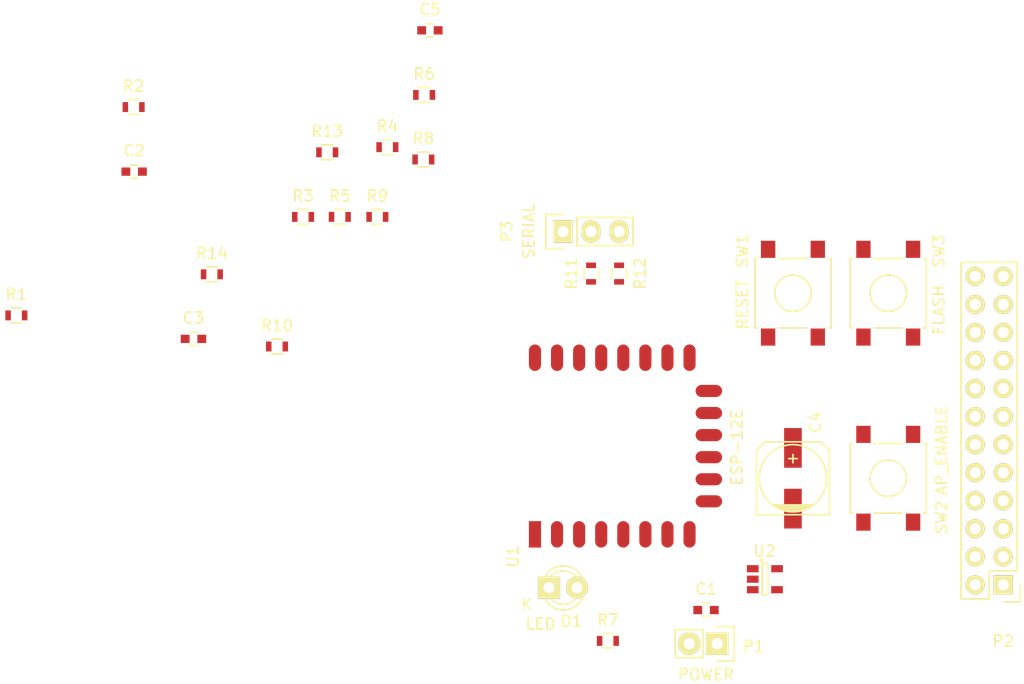
<source format=kicad_pcb>
(kicad_pcb (version 4) (host pcbnew "(2016-08-01 BZR 7000, Git e6129ca)-product")

  (general
    (links 75)
    (no_connects 75)
    (area 60.756 40.64 169.422905 99.9185)
    (thickness 1.6)
    (drawings 0)
    (tracks 0)
    (zones 0)
    (modules 28)
    (nets 34)
  )

  (page A4)
  (layers
    (0 F.Cu signal)
    (31 B.Cu signal)
    (32 B.Adhes user)
    (33 F.Adhes user)
    (34 B.Paste user)
    (35 F.Paste user)
    (36 B.SilkS user)
    (37 F.SilkS user)
    (38 B.Mask user)
    (39 F.Mask user)
    (40 Dwgs.User user)
    (41 Cmts.User user)
    (42 Eco1.User user)
    (43 Eco2.User user)
    (44 Edge.Cuts user)
    (45 Margin user)
    (46 B.CrtYd user)
    (47 F.CrtYd user)
    (48 B.Fab user)
    (49 F.Fab user)
  )

  (setup
    (last_trace_width 0.25)
    (trace_clearance 0.2)
    (zone_clearance 0.508)
    (zone_45_only no)
    (trace_min 0.2)
    (segment_width 0.2)
    (edge_width 0.1)
    (via_size 0.8)
    (via_drill 0.4)
    (via_min_size 0.4)
    (via_min_drill 0.3)
    (uvia_size 0.3)
    (uvia_drill 0.1)
    (uvias_allowed no)
    (uvia_min_size 0.2)
    (uvia_min_drill 0.1)
    (pcb_text_width 0.3)
    (pcb_text_size 1.5 1.5)
    (mod_edge_width 0.15)
    (mod_text_size 1 1)
    (mod_text_width 0.15)
    (pad_size 1.5 1.5)
    (pad_drill 0.6)
    (pad_to_mask_clearance 0)
    (aux_axis_origin 0 0)
    (visible_elements 7FFFF7FF)
    (pcbplotparams
      (layerselection 0x00030_ffffffff)
      (usegerberextensions false)
      (excludeedgelayer true)
      (linewidth 0.100000)
      (plotframeref false)
      (viasonmask false)
      (mode 1)
      (useauxorigin false)
      (hpglpennumber 1)
      (hpglpenspeed 20)
      (hpglpendiameter 15)
      (psnegative false)
      (psa4output false)
      (plotreference true)
      (plotvalue true)
      (plotinvisibletext false)
      (padsonsilk false)
      (subtractmaskfromsilk false)
      (outputformat 1)
      (mirror false)
      (drillshape 1)
      (scaleselection 1)
      (outputdirectory ""))
  )

  (net 0 "")
  (net 1 +5V)
  (net 2 GND)
  (net 3 +3V3)
  (net 4 RST)
  (net 5 "Net-(C4-Pad1)")
  (net 6 "Net-(C5-Pad1)")
  (net 7 GPIO16)
  (net 8 "Net-(D1-Pad2)")
  (net 9 "Net-(P2-Pad2)")
  (net 10 "Net-(P2-Pad4)")
  (net 11 GPIO14)
  (net 12 GPIO13)
  (net 13 GPIO12)
  (net 14 GPIO5)
  (net 15 GPIO4)
  (net 16 GPIO2)
  (net 17 GPIO0)
  (net 18 ADC)
  (net 19 ADC_EX)
  (net 20 "Net-(P3-Pad2)")
  (net 21 "Net-(P3-Pad3)")
  (net 22 GPIO15)
  (net 23 CH_PD)
  (net 24 "Net-(R10-Pad2)")
  (net 25 "Net-(R9-Pad1)")
  (net 26 "Net-(R11-Pad2)")
  (net 27 "Net-(R12-Pad2)")
  (net 28 "Net-(U1-Pad9)")
  (net 29 "Net-(U1-Pad10)")
  (net 30 "Net-(U1-Pad11)")
  (net 31 "Net-(U1-Pad12)")
  (net 32 "Net-(U1-Pad13)")
  (net 33 "Net-(U1-Pad14)")

  (net_class Default "This is the default net class."
    (clearance 0.2)
    (trace_width 0.25)
    (via_dia 0.8)
    (via_drill 0.4)
    (uvia_dia 0.3)
    (uvia_drill 0.1)
    (add_net +3V3)
    (add_net +5V)
    (add_net ADC)
    (add_net ADC_EX)
    (add_net CH_PD)
    (add_net GND)
    (add_net GPIO0)
    (add_net GPIO12)
    (add_net GPIO13)
    (add_net GPIO14)
    (add_net GPIO15)
    (add_net GPIO16)
    (add_net GPIO2)
    (add_net GPIO4)
    (add_net GPIO5)
    (add_net "Net-(C4-Pad1)")
    (add_net "Net-(C5-Pad1)")
    (add_net "Net-(D1-Pad2)")
    (add_net "Net-(P2-Pad2)")
    (add_net "Net-(P2-Pad4)")
    (add_net "Net-(P3-Pad2)")
    (add_net "Net-(P3-Pad3)")
    (add_net "Net-(R10-Pad2)")
    (add_net "Net-(R11-Pad2)")
    (add_net "Net-(R12-Pad2)")
    (add_net "Net-(R9-Pad1)")
    (add_net "Net-(U1-Pad10)")
    (add_net "Net-(U1-Pad11)")
    (add_net "Net-(U1-Pad12)")
    (add_net "Net-(U1-Pad13)")
    (add_net "Net-(U1-Pad14)")
    (add_net "Net-(U1-Pad9)")
    (add_net RST)
  )

  (module Capacitors_SMD:C_0603 (layer F.Cu) (tedit 5415D631) (tstamp 57A9CE7C)
    (at 140.462 96.012)
    (descr "Capacitor SMD 0603, reflow soldering, AVX (see smccp.pdf)")
    (tags "capacitor 0603")
    (path /57A33A9D)
    (attr smd)
    (fp_text reference C1 (at 0 -1.9) (layer F.SilkS)
      (effects (font (size 1 1) (thickness 0.15)))
    )
    (fp_text value 1u (at 0 1.9) (layer F.Fab)
      (effects (font (size 1 1) (thickness 0.15)))
    )
    (fp_line (start -1.45 -0.75) (end 1.45 -0.75) (layer F.CrtYd) (width 0.05))
    (fp_line (start -1.45 0.75) (end 1.45 0.75) (layer F.CrtYd) (width 0.05))
    (fp_line (start -1.45 -0.75) (end -1.45 0.75) (layer F.CrtYd) (width 0.05))
    (fp_line (start 1.45 -0.75) (end 1.45 0.75) (layer F.CrtYd) (width 0.05))
    (fp_line (start -0.35 -0.6) (end 0.35 -0.6) (layer F.SilkS) (width 0.15))
    (fp_line (start 0.35 0.6) (end -0.35 0.6) (layer F.SilkS) (width 0.15))
    (pad 1 smd rect (at -0.75 0) (size 0.8 0.75) (layers F.Cu F.Paste F.Mask)
      (net 1 +5V))
    (pad 2 smd rect (at 0.75 0) (size 0.8 0.75) (layers F.Cu F.Paste F.Mask)
      (net 2 GND))
    (model Capacitors_SMD.3dshapes/C_0603.wrl
      (at (xyz 0 0 0))
      (scale (xyz 1 1 1))
      (rotate (xyz 0 0 0))
    )
  )

  (module Capacitors_SMD:C_0603 (layer F.Cu) (tedit 5415D631) (tstamp 57A9CE82)
    (at 88.655762 56.2975)
    (descr "Capacitor SMD 0603, reflow soldering, AVX (see smccp.pdf)")
    (tags "capacitor 0603")
    (path /57A33B25)
    (attr smd)
    (fp_text reference C2 (at 0 -1.9) (layer F.SilkS)
      (effects (font (size 1 1) (thickness 0.15)))
    )
    (fp_text value 10u (at 0 1.9) (layer F.Fab)
      (effects (font (size 1 1) (thickness 0.15)))
    )
    (fp_line (start -1.45 -0.75) (end 1.45 -0.75) (layer F.CrtYd) (width 0.05))
    (fp_line (start -1.45 0.75) (end 1.45 0.75) (layer F.CrtYd) (width 0.05))
    (fp_line (start -1.45 -0.75) (end -1.45 0.75) (layer F.CrtYd) (width 0.05))
    (fp_line (start 1.45 -0.75) (end 1.45 0.75) (layer F.CrtYd) (width 0.05))
    (fp_line (start -0.35 -0.6) (end 0.35 -0.6) (layer F.SilkS) (width 0.15))
    (fp_line (start 0.35 0.6) (end -0.35 0.6) (layer F.SilkS) (width 0.15))
    (pad 1 smd rect (at -0.75 0) (size 0.8 0.75) (layers F.Cu F.Paste F.Mask)
      (net 3 +3V3))
    (pad 2 smd rect (at 0.75 0) (size 0.8 0.75) (layers F.Cu F.Paste F.Mask)
      (net 2 GND))
    (model Capacitors_SMD.3dshapes/C_0603.wrl
      (at (xyz 0 0 0))
      (scale (xyz 1 1 1))
      (rotate (xyz 0 0 0))
    )
  )

  (module Capacitors_SMD:C_0603 (layer F.Cu) (tedit 5415D631) (tstamp 57A9CE88)
    (at 94.031952 71.4475)
    (descr "Capacitor SMD 0603, reflow soldering, AVX (see smccp.pdf)")
    (tags "capacitor 0603")
    (path /57A9FD5C)
    (attr smd)
    (fp_text reference C3 (at 0 -1.9) (layer F.SilkS)
      (effects (font (size 1 1) (thickness 0.15)))
    )
    (fp_text value 470p (at 0 1.9) (layer F.Fab)
      (effects (font (size 1 1) (thickness 0.15)))
    )
    (fp_line (start -1.45 -0.75) (end 1.45 -0.75) (layer F.CrtYd) (width 0.05))
    (fp_line (start -1.45 0.75) (end 1.45 0.75) (layer F.CrtYd) (width 0.05))
    (fp_line (start -1.45 -0.75) (end -1.45 0.75) (layer F.CrtYd) (width 0.05))
    (fp_line (start 1.45 -0.75) (end 1.45 0.75) (layer F.CrtYd) (width 0.05))
    (fp_line (start -0.35 -0.6) (end 0.35 -0.6) (layer F.SilkS) (width 0.15))
    (fp_line (start 0.35 0.6) (end -0.35 0.6) (layer F.SilkS) (width 0.15))
    (pad 1 smd rect (at -0.75 0) (size 0.8 0.75) (layers F.Cu F.Paste F.Mask)
      (net 4 RST))
    (pad 2 smd rect (at 0.75 0) (size 0.8 0.75) (layers F.Cu F.Paste F.Mask)
      (net 2 GND))
    (model Capacitors_SMD.3dshapes/C_0603.wrl
      (at (xyz 0 0 0))
      (scale (xyz 1 1 1))
      (rotate (xyz 0 0 0))
    )
  )

  (module Capacitors_SMD:c_elec_6.3x5.8 (layer F.Cu) (tedit 57A9CEAC) (tstamp 57A9CE8E)
    (at 148.336 84.074 90)
    (descr "SMT capacitor, aluminium electrolytic, 6.3x5.8")
    (path /57AA470F)
    (attr smd)
    (fp_text reference C4 (at 5.08 2.032 90) (layer F.SilkS)
      (effects (font (size 1 1) (thickness 0.15)))
    )
    (fp_text value 100u (at 0 4.445 90) (layer F.Fab)
      (effects (font (size 1 1) (thickness 0.15)))
    )
    (fp_line (start -4.85 -3.65) (end 4.85 -3.7) (layer F.CrtYd) (width 0.05))
    (fp_line (start 4.85 -3.7) (end 4.85 3.65) (layer F.CrtYd) (width 0.05))
    (fp_line (start 4.85 3.65) (end -4.85 3.65) (layer F.CrtYd) (width 0.05))
    (fp_line (start -4.85 3.65) (end -4.85 -3.65) (layer F.CrtYd) (width 0.05))
    (fp_line (start -2.921 -0.762) (end -2.921 0.762) (layer F.SilkS) (width 0.15))
    (fp_line (start -2.794 1.143) (end -2.794 -1.143) (layer F.SilkS) (width 0.15))
    (fp_line (start -2.667 -1.397) (end -2.667 1.397) (layer F.SilkS) (width 0.15))
    (fp_line (start -2.54 1.651) (end -2.54 -1.651) (layer F.SilkS) (width 0.15))
    (fp_line (start -2.413 -1.778) (end -2.413 1.778) (layer F.SilkS) (width 0.15))
    (fp_line (start -3.302 -3.302) (end -3.302 3.302) (layer F.SilkS) (width 0.15))
    (fp_line (start -3.302 3.302) (end 2.54 3.302) (layer F.SilkS) (width 0.15))
    (fp_line (start 2.54 3.302) (end 3.302 2.54) (layer F.SilkS) (width 0.15))
    (fp_line (start 3.302 2.54) (end 3.302 -2.54) (layer F.SilkS) (width 0.15))
    (fp_line (start 3.302 -2.54) (end 2.54 -3.302) (layer F.SilkS) (width 0.15))
    (fp_line (start 2.54 -3.302) (end -3.302 -3.302) (layer F.SilkS) (width 0.15))
    (fp_line (start 2.159 0) (end 1.397 0) (layer F.SilkS) (width 0.15))
    (fp_line (start 1.778 -0.381) (end 1.778 0.381) (layer F.SilkS) (width 0.15))
    (fp_circle (center 0 0) (end -3.048 0) (layer F.SilkS) (width 0.15))
    (pad 1 smd rect (at 2.75082 0 90) (size 3.59918 1.6002) (layers F.Cu F.Paste F.Mask)
      (net 5 "Net-(C4-Pad1)"))
    (pad 2 smd rect (at -2.75082 0 90) (size 3.59918 1.6002) (layers F.Cu F.Paste F.Mask)
      (net 2 GND))
    (model Capacitors_SMD.3dshapes/c_elec_6.3x5.8.wrl
      (at (xyz 0 0 0))
      (scale (xyz 1 1 1))
      (rotate (xyz 0 0 0))
    )
  )

  (module Capacitors_SMD:C_0603 (layer F.Cu) (tedit 5415D631) (tstamp 57A9CE94)
    (at 115.451952 43.4975)
    (descr "Capacitor SMD 0603, reflow soldering, AVX (see smccp.pdf)")
    (tags "capacitor 0603")
    (path /57AA7BBC)
    (attr smd)
    (fp_text reference C5 (at 0 -1.9) (layer F.SilkS)
      (effects (font (size 1 1) (thickness 0.15)))
    )
    (fp_text value 470p (at 0 1.9) (layer F.Fab)
      (effects (font (size 1 1) (thickness 0.15)))
    )
    (fp_line (start -1.45 -0.75) (end 1.45 -0.75) (layer F.CrtYd) (width 0.05))
    (fp_line (start -1.45 0.75) (end 1.45 0.75) (layer F.CrtYd) (width 0.05))
    (fp_line (start -1.45 -0.75) (end -1.45 0.75) (layer F.CrtYd) (width 0.05))
    (fp_line (start 1.45 -0.75) (end 1.45 0.75) (layer F.CrtYd) (width 0.05))
    (fp_line (start -0.35 -0.6) (end 0.35 -0.6) (layer F.SilkS) (width 0.15))
    (fp_line (start 0.35 0.6) (end -0.35 0.6) (layer F.SilkS) (width 0.15))
    (pad 1 smd rect (at -0.75 0) (size 0.8 0.75) (layers F.Cu F.Paste F.Mask)
      (net 6 "Net-(C5-Pad1)"))
    (pad 2 smd rect (at 0.75 0) (size 0.8 0.75) (layers F.Cu F.Paste F.Mask)
      (net 2 GND))
    (model Capacitors_SMD.3dshapes/C_0603.wrl
      (at (xyz 0 0 0))
      (scale (xyz 1 1 1))
      (rotate (xyz 0 0 0))
    )
  )

  (module LEDs:LED-3MM (layer F.Cu) (tedit 57A9CEDD) (tstamp 57A9CE9A)
    (at 126.238 93.98)
    (descr "LED 3mm round vertical")
    (tags "LED  3mm round vertical")
    (path /57A2E321)
    (fp_text reference D1 (at 2.032 3.048) (layer F.SilkS)
      (effects (font (size 1 1) (thickness 0.15)))
    )
    (fp_text value LED (at -0.762 3.302) (layer F.SilkS)
      (effects (font (size 1 1) (thickness 0.15)))
    )
    (fp_line (start -1.2 2.3) (end 3.8 2.3) (layer F.CrtYd) (width 0.05))
    (fp_line (start 3.8 2.3) (end 3.8 -2.2) (layer F.CrtYd) (width 0.05))
    (fp_line (start 3.8 -2.2) (end -1.2 -2.2) (layer F.CrtYd) (width 0.05))
    (fp_line (start -1.2 -2.2) (end -1.2 2.3) (layer F.CrtYd) (width 0.05))
    (fp_line (start -0.199 1.314) (end -0.199 1.114) (layer F.SilkS) (width 0.15))
    (fp_line (start -0.199 -1.28) (end -0.199 -1.1) (layer F.SilkS) (width 0.15))
    (fp_arc (start 1.301 0.034) (end -0.199 -1.286) (angle 108.5) (layer F.SilkS) (width 0.15))
    (fp_arc (start 1.301 0.034) (end 0.25 -1.1) (angle 85.7) (layer F.SilkS) (width 0.15))
    (fp_arc (start 1.311 0.034) (end 3.051 0.994) (angle 110) (layer F.SilkS) (width 0.15))
    (fp_arc (start 1.301 0.034) (end 2.335 1.094) (angle 87.5) (layer F.SilkS) (width 0.15))
    (fp_text user K (at -2.032 1.524) (layer F.SilkS)
      (effects (font (size 1 1) (thickness 0.15)))
    )
    (pad 1 thru_hole rect (at 0 0 90) (size 2 2) (drill 1.00076) (layers *.Cu *.Mask F.SilkS)
      (net 7 GPIO16))
    (pad 2 thru_hole circle (at 2.54 0) (size 2 2) (drill 1.00076) (layers *.Cu *.Mask F.SilkS)
      (net 8 "Net-(D1-Pad2)"))
    (model LEDs.3dshapes/LED-3MM.wrl
      (at (xyz 0.05 0 0))
      (scale (xyz 1 1 1))
      (rotate (xyz 0 0 90))
    )
  )

  (module Pin_Headers:Pin_Header_Straight_1x02 (layer F.Cu) (tedit 57A9CEC0) (tstamp 57A9CEA0)
    (at 141.478 99.06 270)
    (descr "Through hole pin header")
    (tags "pin header")
    (path /57A1EA1C)
    (fp_text reference P1 (at 0.254 -3.302 360) (layer F.SilkS)
      (effects (font (size 1 1) (thickness 0.15)))
    )
    (fp_text value POWER (at 2.794 1.016 360) (layer F.SilkS)
      (effects (font (size 1 1) (thickness 0.15)))
    )
    (fp_line (start 1.27 1.27) (end 1.27 3.81) (layer F.SilkS) (width 0.15))
    (fp_line (start 1.55 -1.55) (end 1.55 0) (layer F.SilkS) (width 0.15))
    (fp_line (start -1.75 -1.75) (end -1.75 4.3) (layer F.CrtYd) (width 0.05))
    (fp_line (start 1.75 -1.75) (end 1.75 4.3) (layer F.CrtYd) (width 0.05))
    (fp_line (start -1.75 -1.75) (end 1.75 -1.75) (layer F.CrtYd) (width 0.05))
    (fp_line (start -1.75 4.3) (end 1.75 4.3) (layer F.CrtYd) (width 0.05))
    (fp_line (start 1.27 1.27) (end -1.27 1.27) (layer F.SilkS) (width 0.15))
    (fp_line (start -1.55 0) (end -1.55 -1.55) (layer F.SilkS) (width 0.15))
    (fp_line (start -1.55 -1.55) (end 1.55 -1.55) (layer F.SilkS) (width 0.15))
    (fp_line (start -1.27 1.27) (end -1.27 3.81) (layer F.SilkS) (width 0.15))
    (fp_line (start -1.27 3.81) (end 1.27 3.81) (layer F.SilkS) (width 0.15))
    (pad 1 thru_hole rect (at 0 0 270) (size 2.032 2.032) (drill 1.016) (layers *.Cu *.Mask F.SilkS)
      (net 2 GND))
    (pad 2 thru_hole oval (at 0 2.54 270) (size 2.032 2.032) (drill 1.016) (layers *.Cu *.Mask F.SilkS)
      (net 1 +5V))
    (model Pin_Headers.3dshapes/Pin_Header_Straight_1x02.wrl
      (at (xyz 0 -0.05 0))
      (scale (xyz 1 1 1))
      (rotate (xyz 0 0 90))
    )
  )

  (module Pin_Headers:Pin_Header_Straight_2x12 (layer F.Cu) (tedit 0) (tstamp 57A9CEBC)
    (at 167.386 93.726 180)
    (descr "Through hole pin header")
    (tags "pin header")
    (path /57A30D57)
    (fp_text reference P2 (at 0 -5.1 180) (layer F.SilkS)
      (effects (font (size 1 1) (thickness 0.15)))
    )
    (fp_text value GPIO (at 0 -3.1 180) (layer F.Fab)
      (effects (font (size 1 1) (thickness 0.15)))
    )
    (fp_line (start -1.75 -1.75) (end -1.75 29.7) (layer F.CrtYd) (width 0.05))
    (fp_line (start 4.3 -1.75) (end 4.3 29.7) (layer F.CrtYd) (width 0.05))
    (fp_line (start -1.75 -1.75) (end 4.3 -1.75) (layer F.CrtYd) (width 0.05))
    (fp_line (start -1.75 29.7) (end 4.3 29.7) (layer F.CrtYd) (width 0.05))
    (fp_line (start 3.81 29.21) (end 3.81 -1.27) (layer F.SilkS) (width 0.15))
    (fp_line (start -1.27 1.27) (end -1.27 29.21) (layer F.SilkS) (width 0.15))
    (fp_line (start 3.81 29.21) (end -1.27 29.21) (layer F.SilkS) (width 0.15))
    (fp_line (start 3.81 -1.27) (end 1.27 -1.27) (layer F.SilkS) (width 0.15))
    (fp_line (start 0 -1.55) (end -1.55 -1.55) (layer F.SilkS) (width 0.15))
    (fp_line (start 1.27 -1.27) (end 1.27 1.27) (layer F.SilkS) (width 0.15))
    (fp_line (start 1.27 1.27) (end -1.27 1.27) (layer F.SilkS) (width 0.15))
    (fp_line (start -1.55 -1.55) (end -1.55 0) (layer F.SilkS) (width 0.15))
    (pad 1 thru_hole rect (at 0 0 180) (size 1.7272 1.7272) (drill 1.016) (layers *.Cu *.Mask F.SilkS)
      (net 2 GND))
    (pad 2 thru_hole oval (at 2.54 0 180) (size 1.7272 1.7272) (drill 1.016) (layers *.Cu *.Mask F.SilkS)
      (net 9 "Net-(P2-Pad2)"))
    (pad 3 thru_hole oval (at 0 2.54 180) (size 1.7272 1.7272) (drill 1.016) (layers *.Cu *.Mask F.SilkS)
      (net 2 GND))
    (pad 4 thru_hole oval (at 2.54 2.54 180) (size 1.7272 1.7272) (drill 1.016) (layers *.Cu *.Mask F.SilkS)
      (net 10 "Net-(P2-Pad4)"))
    (pad 5 thru_hole oval (at 0 5.08 180) (size 1.7272 1.7272) (drill 1.016) (layers *.Cu *.Mask F.SilkS)
      (net 2 GND))
    (pad 6 thru_hole oval (at 2.54 5.08 180) (size 1.7272 1.7272) (drill 1.016) (layers *.Cu *.Mask F.SilkS)
      (net 11 GPIO14))
    (pad 7 thru_hole oval (at 0 7.62 180) (size 1.7272 1.7272) (drill 1.016) (layers *.Cu *.Mask F.SilkS)
      (net 2 GND))
    (pad 8 thru_hole oval (at 2.54 7.62 180) (size 1.7272 1.7272) (drill 1.016) (layers *.Cu *.Mask F.SilkS)
      (net 12 GPIO13))
    (pad 9 thru_hole oval (at 0 10.16 180) (size 1.7272 1.7272) (drill 1.016) (layers *.Cu *.Mask F.SilkS)
      (net 2 GND))
    (pad 10 thru_hole oval (at 2.54 10.16 180) (size 1.7272 1.7272) (drill 1.016) (layers *.Cu *.Mask F.SilkS)
      (net 13 GPIO12))
    (pad 11 thru_hole oval (at 0 12.7 180) (size 1.7272 1.7272) (drill 1.016) (layers *.Cu *.Mask F.SilkS)
      (net 2 GND))
    (pad 12 thru_hole oval (at 2.54 12.7 180) (size 1.7272 1.7272) (drill 1.016) (layers *.Cu *.Mask F.SilkS)
      (net 14 GPIO5))
    (pad 13 thru_hole oval (at 0 15.24 180) (size 1.7272 1.7272) (drill 1.016) (layers *.Cu *.Mask F.SilkS)
      (net 2 GND))
    (pad 14 thru_hole oval (at 2.54 15.24 180) (size 1.7272 1.7272) (drill 1.016) (layers *.Cu *.Mask F.SilkS)
      (net 15 GPIO4))
    (pad 15 thru_hole oval (at 0 17.78 180) (size 1.7272 1.7272) (drill 1.016) (layers *.Cu *.Mask F.SilkS)
      (net 2 GND))
    (pad 16 thru_hole oval (at 2.54 17.78 180) (size 1.7272 1.7272) (drill 1.016) (layers *.Cu *.Mask F.SilkS)
      (net 16 GPIO2))
    (pad 17 thru_hole oval (at 0 20.32 180) (size 1.7272 1.7272) (drill 1.016) (layers *.Cu *.Mask F.SilkS)
      (net 2 GND))
    (pad 18 thru_hole oval (at 2.54 20.32 180) (size 1.7272 1.7272) (drill 1.016) (layers *.Cu *.Mask F.SilkS)
      (net 17 GPIO0))
    (pad 19 thru_hole oval (at 0 22.86 180) (size 1.7272 1.7272) (drill 1.016) (layers *.Cu *.Mask F.SilkS)
      (net 2 GND))
    (pad 20 thru_hole oval (at 2.54 22.86 180) (size 1.7272 1.7272) (drill 1.016) (layers *.Cu *.Mask F.SilkS)
      (net 4 RST))
    (pad 21 thru_hole oval (at 0 25.4 180) (size 1.7272 1.7272) (drill 1.016) (layers *.Cu *.Mask F.SilkS)
      (net 2 GND))
    (pad 22 thru_hole oval (at 2.54 25.4 180) (size 1.7272 1.7272) (drill 1.016) (layers *.Cu *.Mask F.SilkS)
      (net 18 ADC))
    (pad 23 thru_hole oval (at 0 27.94 180) (size 1.7272 1.7272) (drill 1.016) (layers *.Cu *.Mask F.SilkS)
      (net 2 GND))
    (pad 24 thru_hole oval (at 2.54 27.94 180) (size 1.7272 1.7272) (drill 1.016) (layers *.Cu *.Mask F.SilkS)
      (net 19 ADC_EX))
    (model Pin_Headers.3dshapes/Pin_Header_Straight_2x12.wrl
      (at (xyz 0.05 -0.55 0))
      (scale (xyz 1 1 1))
      (rotate (xyz 0 0 90))
    )
  )

  (module Pin_Headers:Pin_Header_Straight_1x03 (layer F.Cu) (tedit 57A9CD7F) (tstamp 57A9CEC3)
    (at 127.508 61.722 90)
    (descr "Through hole pin header")
    (tags "pin header")
    (path /57A2FE51)
    (fp_text reference P3 (at 0 -5.1 90) (layer F.SilkS)
      (effects (font (size 1 1) (thickness 0.15)))
    )
    (fp_text value SERIAL (at 0 -3.1 90) (layer F.SilkS)
      (effects (font (size 1 1) (thickness 0.15)))
    )
    (fp_line (start -1.75 -1.75) (end -1.75 6.85) (layer F.CrtYd) (width 0.05))
    (fp_line (start 1.75 -1.75) (end 1.75 6.85) (layer F.CrtYd) (width 0.05))
    (fp_line (start -1.75 -1.75) (end 1.75 -1.75) (layer F.CrtYd) (width 0.05))
    (fp_line (start -1.75 6.85) (end 1.75 6.85) (layer F.CrtYd) (width 0.05))
    (fp_line (start -1.27 1.27) (end -1.27 6.35) (layer F.SilkS) (width 0.15))
    (fp_line (start -1.27 6.35) (end 1.27 6.35) (layer F.SilkS) (width 0.15))
    (fp_line (start 1.27 6.35) (end 1.27 1.27) (layer F.SilkS) (width 0.15))
    (fp_line (start 1.55 -1.55) (end 1.55 0) (layer F.SilkS) (width 0.15))
    (fp_line (start 1.27 1.27) (end -1.27 1.27) (layer F.SilkS) (width 0.15))
    (fp_line (start -1.55 0) (end -1.55 -1.55) (layer F.SilkS) (width 0.15))
    (fp_line (start -1.55 -1.55) (end 1.55 -1.55) (layer F.SilkS) (width 0.15))
    (pad 1 thru_hole rect (at 0 0 90) (size 2.032 1.7272) (drill 1.016) (layers *.Cu *.Mask F.SilkS)
      (net 2 GND))
    (pad 2 thru_hole oval (at 0 2.54 90) (size 2.032 1.7272) (drill 1.016) (layers *.Cu *.Mask F.SilkS)
      (net 20 "Net-(P3-Pad2)"))
    (pad 3 thru_hole oval (at 0 5.08 90) (size 2.032 1.7272) (drill 1.016) (layers *.Cu *.Mask F.SilkS)
      (net 21 "Net-(P3-Pad3)"))
    (model Pin_Headers.3dshapes/Pin_Header_Straight_1x03.wrl
      (at (xyz 0 -0.1 0))
      (scale (xyz 1 1 1))
      (rotate (xyz 0 0 90))
    )
  )

  (module Resistors_SMD:R_0603 (layer F.Cu) (tedit 5415CC62) (tstamp 57A9CEC9)
    (at 77.988143 69.3175)
    (descr "Resistor SMD 0603, reflow soldering, Vishay (see dcrcw.pdf)")
    (tags "resistor 0603")
    (path /57A1E70B)
    (attr smd)
    (fp_text reference R1 (at 0 -1.9) (layer F.SilkS)
      (effects (font (size 1 1) (thickness 0.15)))
    )
    (fp_text value 10k (at 0 1.9) (layer F.Fab)
      (effects (font (size 1 1) (thickness 0.15)))
    )
    (fp_line (start -1.3 -0.8) (end 1.3 -0.8) (layer F.CrtYd) (width 0.05))
    (fp_line (start -1.3 0.8) (end 1.3 0.8) (layer F.CrtYd) (width 0.05))
    (fp_line (start -1.3 -0.8) (end -1.3 0.8) (layer F.CrtYd) (width 0.05))
    (fp_line (start 1.3 -0.8) (end 1.3 0.8) (layer F.CrtYd) (width 0.05))
    (fp_line (start 0.5 0.675) (end -0.5 0.675) (layer F.SilkS) (width 0.15))
    (fp_line (start -0.5 -0.675) (end 0.5 -0.675) (layer F.SilkS) (width 0.15))
    (pad 1 smd rect (at -0.75 0) (size 0.5 0.9) (layers F.Cu F.Paste F.Mask)
      (net 22 GPIO15))
    (pad 2 smd rect (at 0.75 0) (size 0.5 0.9) (layers F.Cu F.Paste F.Mask)
      (net 2 GND))
    (model Resistors_SMD.3dshapes/R_0603.wrl
      (at (xyz 0 0 0))
      (scale (xyz 1 1 1))
      (rotate (xyz 0 0 0))
    )
  )

  (module Resistors_SMD:R_0603 (layer F.Cu) (tedit 5415CC62) (tstamp 57A9CECF)
    (at 88.608143 50.4475)
    (descr "Resistor SMD 0603, reflow soldering, Vishay (see dcrcw.pdf)")
    (tags "resistor 0603")
    (path /57A2D138)
    (attr smd)
    (fp_text reference R2 (at 0 -1.9) (layer F.SilkS)
      (effects (font (size 1 1) (thickness 0.15)))
    )
    (fp_text value 10k (at 0 1.9) (layer F.Fab)
      (effects (font (size 1 1) (thickness 0.15)))
    )
    (fp_line (start -1.3 -0.8) (end 1.3 -0.8) (layer F.CrtYd) (width 0.05))
    (fp_line (start -1.3 0.8) (end 1.3 0.8) (layer F.CrtYd) (width 0.05))
    (fp_line (start -1.3 -0.8) (end -1.3 0.8) (layer F.CrtYd) (width 0.05))
    (fp_line (start 1.3 -0.8) (end 1.3 0.8) (layer F.CrtYd) (width 0.05))
    (fp_line (start 0.5 0.675) (end -0.5 0.675) (layer F.SilkS) (width 0.15))
    (fp_line (start -0.5 -0.675) (end 0.5 -0.675) (layer F.SilkS) (width 0.15))
    (pad 1 smd rect (at -0.75 0) (size 0.5 0.9) (layers F.Cu F.Paste F.Mask)
      (net 23 CH_PD))
    (pad 2 smd rect (at 0.75 0) (size 0.5 0.9) (layers F.Cu F.Paste F.Mask)
      (net 3 +3V3))
    (model Resistors_SMD.3dshapes/R_0603.wrl
      (at (xyz 0 0 0))
      (scale (xyz 1 1 1))
      (rotate (xyz 0 0 0))
    )
  )

  (module Resistors_SMD:R_0603 (layer F.Cu) (tedit 5415CC62) (tstamp 57A9CED5)
    (at 103.958143 60.3975)
    (descr "Resistor SMD 0603, reflow soldering, Vishay (see dcrcw.pdf)")
    (tags "resistor 0603")
    (path /57A2D0AE)
    (attr smd)
    (fp_text reference R3 (at 0 -1.9) (layer F.SilkS)
      (effects (font (size 1 1) (thickness 0.15)))
    )
    (fp_text value 10k (at 0 1.9) (layer F.Fab)
      (effects (font (size 1 1) (thickness 0.15)))
    )
    (fp_line (start -1.3 -0.8) (end 1.3 -0.8) (layer F.CrtYd) (width 0.05))
    (fp_line (start -1.3 0.8) (end 1.3 0.8) (layer F.CrtYd) (width 0.05))
    (fp_line (start -1.3 -0.8) (end -1.3 0.8) (layer F.CrtYd) (width 0.05))
    (fp_line (start 1.3 -0.8) (end 1.3 0.8) (layer F.CrtYd) (width 0.05))
    (fp_line (start 0.5 0.675) (end -0.5 0.675) (layer F.SilkS) (width 0.15))
    (fp_line (start -0.5 -0.675) (end 0.5 -0.675) (layer F.SilkS) (width 0.15))
    (pad 1 smd rect (at -0.75 0) (size 0.5 0.9) (layers F.Cu F.Paste F.Mask)
      (net 16 GPIO2))
    (pad 2 smd rect (at 0.75 0) (size 0.5 0.9) (layers F.Cu F.Paste F.Mask)
      (net 3 +3V3))
    (model Resistors_SMD.3dshapes/R_0603.wrl
      (at (xyz 0 0 0))
      (scale (xyz 1 1 1))
      (rotate (xyz 0 0 0))
    )
  )

  (module Resistors_SMD:R_0603 (layer F.Cu) (tedit 5415CC62) (tstamp 57A9CEDB)
    (at 111.598143 54.0775)
    (descr "Resistor SMD 0603, reflow soldering, Vishay (see dcrcw.pdf)")
    (tags "resistor 0603")
    (path /57A2D10E)
    (attr smd)
    (fp_text reference R4 (at 0 -1.9) (layer F.SilkS)
      (effects (font (size 1 1) (thickness 0.15)))
    )
    (fp_text value 10k (at 0 1.9) (layer F.Fab)
      (effects (font (size 1 1) (thickness 0.15)))
    )
    (fp_line (start -1.3 -0.8) (end 1.3 -0.8) (layer F.CrtYd) (width 0.05))
    (fp_line (start -1.3 0.8) (end 1.3 0.8) (layer F.CrtYd) (width 0.05))
    (fp_line (start -1.3 -0.8) (end -1.3 0.8) (layer F.CrtYd) (width 0.05))
    (fp_line (start 1.3 -0.8) (end 1.3 0.8) (layer F.CrtYd) (width 0.05))
    (fp_line (start 0.5 0.675) (end -0.5 0.675) (layer F.SilkS) (width 0.15))
    (fp_line (start -0.5 -0.675) (end 0.5 -0.675) (layer F.SilkS) (width 0.15))
    (pad 1 smd rect (at -0.75 0) (size 0.5 0.9) (layers F.Cu F.Paste F.Mask)
      (net 17 GPIO0))
    (pad 2 smd rect (at 0.75 0) (size 0.5 0.9) (layers F.Cu F.Paste F.Mask)
      (net 3 +3V3))
    (model Resistors_SMD.3dshapes/R_0603.wrl
      (at (xyz 0 0 0))
      (scale (xyz 1 1 1))
      (rotate (xyz 0 0 0))
    )
  )

  (module Resistors_SMD:R_0603 (layer F.Cu) (tedit 5415CC62) (tstamp 57A9CEE1)
    (at 107.289571 60.3975)
    (descr "Resistor SMD 0603, reflow soldering, Vishay (see dcrcw.pdf)")
    (tags "resistor 0603")
    (path /57A2E3CF)
    (attr smd)
    (fp_text reference R5 (at 0 -1.9) (layer F.SilkS)
      (effects (font (size 1 1) (thickness 0.15)))
    )
    (fp_text value 470 (at 0 1.9) (layer F.Fab)
      (effects (font (size 1 1) (thickness 0.15)))
    )
    (fp_line (start -1.3 -0.8) (end 1.3 -0.8) (layer F.CrtYd) (width 0.05))
    (fp_line (start -1.3 0.8) (end 1.3 0.8) (layer F.CrtYd) (width 0.05))
    (fp_line (start -1.3 -0.8) (end -1.3 0.8) (layer F.CrtYd) (width 0.05))
    (fp_line (start 1.3 -0.8) (end 1.3 0.8) (layer F.CrtYd) (width 0.05))
    (fp_line (start 0.5 0.675) (end -0.5 0.675) (layer F.SilkS) (width 0.15))
    (fp_line (start -0.5 -0.675) (end 0.5 -0.675) (layer F.SilkS) (width 0.15))
    (pad 1 smd rect (at -0.75 0) (size 0.5 0.9) (layers F.Cu F.Paste F.Mask)
      (net 3 +3V3))
    (pad 2 smd rect (at 0.75 0) (size 0.5 0.9) (layers F.Cu F.Paste F.Mask)
      (net 8 "Net-(D1-Pad2)"))
    (model Resistors_SMD.3dshapes/R_0603.wrl
      (at (xyz 0 0 0))
      (scale (xyz 1 1 1))
      (rotate (xyz 0 0 0))
    )
  )

  (module Resistors_SMD:R_0603 (layer F.Cu) (tedit 5415CC62) (tstamp 57A9CEE7)
    (at 114.928143 49.3475)
    (descr "Resistor SMD 0603, reflow soldering, Vishay (see dcrcw.pdf)")
    (tags "resistor 0603")
    (path /57A2DFBD)
    (attr smd)
    (fp_text reference R6 (at 0 -1.9) (layer F.SilkS)
      (effects (font (size 1 1) (thickness 0.15)))
    )
    (fp_text value 10k (at 0 1.9) (layer F.Fab)
      (effects (font (size 1 1) (thickness 0.15)))
    )
    (fp_line (start -1.3 -0.8) (end 1.3 -0.8) (layer F.CrtYd) (width 0.05))
    (fp_line (start -1.3 0.8) (end 1.3 0.8) (layer F.CrtYd) (width 0.05))
    (fp_line (start -1.3 -0.8) (end -1.3 0.8) (layer F.CrtYd) (width 0.05))
    (fp_line (start 1.3 -0.8) (end 1.3 0.8) (layer F.CrtYd) (width 0.05))
    (fp_line (start 0.5 0.675) (end -0.5 0.675) (layer F.SilkS) (width 0.15))
    (fp_line (start -0.5 -0.675) (end 0.5 -0.675) (layer F.SilkS) (width 0.15))
    (pad 1 smd rect (at -0.75 0) (size 0.5 0.9) (layers F.Cu F.Paste F.Mask)
      (net 15 GPIO4))
    (pad 2 smd rect (at 0.75 0) (size 0.5 0.9) (layers F.Cu F.Paste F.Mask)
      (net 2 GND))
    (model Resistors_SMD.3dshapes/R_0603.wrl
      (at (xyz 0 0 0))
      (scale (xyz 1 1 1))
      (rotate (xyz 0 0 0))
    )
  )

  (module Resistors_SMD:R_0603 (layer F.Cu) (tedit 5415CC62) (tstamp 57A9CEED)
    (at 131.572 98.806)
    (descr "Resistor SMD 0603, reflow soldering, Vishay (see dcrcw.pdf)")
    (tags "resistor 0603")
    (path /57A2D8B1)
    (attr smd)
    (fp_text reference R7 (at 0 -1.9) (layer F.SilkS)
      (effects (font (size 1 1) (thickness 0.15)))
    )
    (fp_text value 10k (at 0 1.9) (layer F.Fab)
      (effects (font (size 1 1) (thickness 0.15)))
    )
    (fp_line (start -1.3 -0.8) (end 1.3 -0.8) (layer F.CrtYd) (width 0.05))
    (fp_line (start -1.3 0.8) (end 1.3 0.8) (layer F.CrtYd) (width 0.05))
    (fp_line (start -1.3 -0.8) (end -1.3 0.8) (layer F.CrtYd) (width 0.05))
    (fp_line (start 1.3 -0.8) (end 1.3 0.8) (layer F.CrtYd) (width 0.05))
    (fp_line (start 0.5 0.675) (end -0.5 0.675) (layer F.SilkS) (width 0.15))
    (fp_line (start -0.5 -0.675) (end 0.5 -0.675) (layer F.SilkS) (width 0.15))
    (pad 1 smd rect (at -0.75 0) (size 0.5 0.9) (layers F.Cu F.Paste F.Mask)
      (net 7 GPIO16))
    (pad 2 smd rect (at 0.75 0) (size 0.5 0.9) (layers F.Cu F.Paste F.Mask)
      (net 24 "Net-(R10-Pad2)"))
    (model Resistors_SMD.3dshapes/R_0603.wrl
      (at (xyz 0 0 0))
      (scale (xyz 1 1 1))
      (rotate (xyz 0 0 0))
    )
  )

  (module Resistors_SMD:R_0603 (layer F.Cu) (tedit 5415CC62) (tstamp 57A9CEF3)
    (at 114.858143 55.1975)
    (descr "Resistor SMD 0603, reflow soldering, Vishay (see dcrcw.pdf)")
    (tags "resistor 0603")
    (path /57A9D047)
    (attr smd)
    (fp_text reference R8 (at 0 -1.9) (layer F.SilkS)
      (effects (font (size 1 1) (thickness 0.15)))
    )
    (fp_text value 10k (at 0 1.9) (layer F.Fab)
      (effects (font (size 1 1) (thickness 0.15)))
    )
    (fp_line (start -1.3 -0.8) (end 1.3 -0.8) (layer F.CrtYd) (width 0.05))
    (fp_line (start -1.3 0.8) (end 1.3 0.8) (layer F.CrtYd) (width 0.05))
    (fp_line (start -1.3 -0.8) (end -1.3 0.8) (layer F.CrtYd) (width 0.05))
    (fp_line (start 1.3 -0.8) (end 1.3 0.8) (layer F.CrtYd) (width 0.05))
    (fp_line (start 0.5 0.675) (end -0.5 0.675) (layer F.SilkS) (width 0.15))
    (fp_line (start -0.5 -0.675) (end 0.5 -0.675) (layer F.SilkS) (width 0.15))
    (pad 1 smd rect (at -0.75 0) (size 0.5 0.9) (layers F.Cu F.Paste F.Mask)
      (net 4 RST))
    (pad 2 smd rect (at 0.75 0) (size 0.5 0.9) (layers F.Cu F.Paste F.Mask)
      (net 3 +3V3))
    (model Resistors_SMD.3dshapes/R_0603.wrl
      (at (xyz 0 0 0))
      (scale (xyz 1 1 1))
      (rotate (xyz 0 0 0))
    )
  )

  (module Resistors_SMD:R_0603 (layer F.Cu) (tedit 5415CC62) (tstamp 57A9CEF9)
    (at 110.689571 60.3975)
    (descr "Resistor SMD 0603, reflow soldering, Vishay (see dcrcw.pdf)")
    (tags "resistor 0603")
    (path /57A9DB7F)
    (attr smd)
    (fp_text reference R9 (at 0 -1.9) (layer F.SilkS)
      (effects (font (size 1 1) (thickness 0.15)))
    )
    (fp_text value 220 (at 0 1.9) (layer F.Fab)
      (effects (font (size 1 1) (thickness 0.15)))
    )
    (fp_line (start -1.3 -0.8) (end 1.3 -0.8) (layer F.CrtYd) (width 0.05))
    (fp_line (start -1.3 0.8) (end 1.3 0.8) (layer F.CrtYd) (width 0.05))
    (fp_line (start -1.3 -0.8) (end -1.3 0.8) (layer F.CrtYd) (width 0.05))
    (fp_line (start 1.3 -0.8) (end 1.3 0.8) (layer F.CrtYd) (width 0.05))
    (fp_line (start 0.5 0.675) (end -0.5 0.675) (layer F.SilkS) (width 0.15))
    (fp_line (start -0.5 -0.675) (end 0.5 -0.675) (layer F.SilkS) (width 0.15))
    (pad 1 smd rect (at -0.75 0) (size 0.5 0.9) (layers F.Cu F.Paste F.Mask)
      (net 25 "Net-(R9-Pad1)"))
    (pad 2 smd rect (at 0.75 0) (size 0.5 0.9) (layers F.Cu F.Paste F.Mask)
      (net 17 GPIO0))
    (model Resistors_SMD.3dshapes/R_0603.wrl
      (at (xyz 0 0 0))
      (scale (xyz 1 1 1))
      (rotate (xyz 0 0 0))
    )
  )

  (module Resistors_SMD:R_0603 (layer F.Cu) (tedit 5415CC62) (tstamp 57A9CEFF)
    (at 101.6 72.136)
    (descr "Resistor SMD 0603, reflow soldering, Vishay (see dcrcw.pdf)")
    (tags "resistor 0603")
    (path /57A9EF35)
    (attr smd)
    (fp_text reference R10 (at 0 -1.9) (layer F.SilkS)
      (effects (font (size 1 1) (thickness 0.15)))
    )
    (fp_text value 0 (at 0 1.9) (layer F.Fab)
      (effects (font (size 1 1) (thickness 0.15)))
    )
    (fp_line (start -1.3 -0.8) (end 1.3 -0.8) (layer F.CrtYd) (width 0.05))
    (fp_line (start -1.3 0.8) (end 1.3 0.8) (layer F.CrtYd) (width 0.05))
    (fp_line (start -1.3 -0.8) (end -1.3 0.8) (layer F.CrtYd) (width 0.05))
    (fp_line (start 1.3 -0.8) (end 1.3 0.8) (layer F.CrtYd) (width 0.05))
    (fp_line (start 0.5 0.675) (end -0.5 0.675) (layer F.SilkS) (width 0.15))
    (fp_line (start -0.5 -0.675) (end 0.5 -0.675) (layer F.SilkS) (width 0.15))
    (pad 1 smd rect (at -0.75 0) (size 0.5 0.9) (layers F.Cu F.Paste F.Mask)
      (net 4 RST))
    (pad 2 smd rect (at 0.75 0) (size 0.5 0.9) (layers F.Cu F.Paste F.Mask)
      (net 24 "Net-(R10-Pad2)"))
    (model Resistors_SMD.3dshapes/R_0603.wrl
      (at (xyz 0 0 0))
      (scale (xyz 1 1 1))
      (rotate (xyz 0 0 0))
    )
  )

  (module Resistors_SMD:R_0603 (layer F.Cu) (tedit 57A9CD4B) (tstamp 57A9CF05)
    (at 130.048 65.532 270)
    (descr "Resistor SMD 0603, reflow soldering, Vishay (see dcrcw.pdf)")
    (tags "resistor 0603")
    (path /57AA1265)
    (attr smd)
    (fp_text reference R11 (at 0 1.778 270) (layer F.SilkS)
      (effects (font (size 1 1) (thickness 0.15)))
    )
    (fp_text value 470 (at 0 3.556 270) (layer F.Fab)
      (effects (font (size 1 1) (thickness 0.15)))
    )
    (fp_line (start -1.3 -0.8) (end 1.3 -0.8) (layer F.CrtYd) (width 0.05))
    (fp_line (start -1.3 0.8) (end 1.3 0.8) (layer F.CrtYd) (width 0.05))
    (fp_line (start -1.3 -0.8) (end -1.3 0.8) (layer F.CrtYd) (width 0.05))
    (fp_line (start 1.3 -0.8) (end 1.3 0.8) (layer F.CrtYd) (width 0.05))
    (fp_line (start 0.5 0.675) (end -0.5 0.675) (layer F.SilkS) (width 0.15))
    (fp_line (start -0.5 -0.675) (end 0.5 -0.675) (layer F.SilkS) (width 0.15))
    (pad 1 smd rect (at -0.75 0 270) (size 0.5 0.9) (layers F.Cu F.Paste F.Mask)
      (net 20 "Net-(P3-Pad2)"))
    (pad 2 smd rect (at 0.75 0 270) (size 0.5 0.9) (layers F.Cu F.Paste F.Mask)
      (net 26 "Net-(R11-Pad2)"))
    (model Resistors_SMD.3dshapes/R_0603.wrl
      (at (xyz 0 0 0))
      (scale (xyz 1 1 1))
      (rotate (xyz 0 0 0))
    )
  )

  (module Resistors_SMD:R_0603 (layer F.Cu) (tedit 57A9CD42) (tstamp 57A9CF0B)
    (at 132.588 65.532 270)
    (descr "Resistor SMD 0603, reflow soldering, Vishay (see dcrcw.pdf)")
    (tags "resistor 0603")
    (path /57AA130F)
    (attr smd)
    (fp_text reference R12 (at 0 -1.9 270) (layer F.SilkS)
      (effects (font (size 1 1) (thickness 0.15)))
    )
    (fp_text value 470 (at 0 -3.81 270) (layer F.Fab)
      (effects (font (size 1 1) (thickness 0.15)))
    )
    (fp_line (start -1.3 -0.8) (end 1.3 -0.8) (layer F.CrtYd) (width 0.05))
    (fp_line (start -1.3 0.8) (end 1.3 0.8) (layer F.CrtYd) (width 0.05))
    (fp_line (start -1.3 -0.8) (end -1.3 0.8) (layer F.CrtYd) (width 0.05))
    (fp_line (start 1.3 -0.8) (end 1.3 0.8) (layer F.CrtYd) (width 0.05))
    (fp_line (start 0.5 0.675) (end -0.5 0.675) (layer F.SilkS) (width 0.15))
    (fp_line (start -0.5 -0.675) (end 0.5 -0.675) (layer F.SilkS) (width 0.15))
    (pad 1 smd rect (at -0.75 0 270) (size 0.5 0.9) (layers F.Cu F.Paste F.Mask)
      (net 21 "Net-(P3-Pad3)"))
    (pad 2 smd rect (at 0.75 0 270) (size 0.5 0.9) (layers F.Cu F.Paste F.Mask)
      (net 27 "Net-(R12-Pad2)"))
    (model Resistors_SMD.3dshapes/R_0603.wrl
      (at (xyz 0 0 0))
      (scale (xyz 1 1 1))
      (rotate (xyz 0 0 0))
    )
  )

  (module Resistors_SMD:R_0603 (layer F.Cu) (tedit 5415CC62) (tstamp 57A9CF11)
    (at 106.148619 54.5475)
    (descr "Resistor SMD 0603, reflow soldering, Vishay (see dcrcw.pdf)")
    (tags "resistor 0603")
    (path /57AA53EC)
    (attr smd)
    (fp_text reference R13 (at 0 -1.9) (layer F.SilkS)
      (effects (font (size 1 1) (thickness 0.15)))
    )
    (fp_text value "220k(1%)" (at 0 1.9) (layer F.Fab)
      (effects (font (size 1 1) (thickness 0.15)))
    )
    (fp_line (start -1.3 -0.8) (end 1.3 -0.8) (layer F.CrtYd) (width 0.05))
    (fp_line (start -1.3 0.8) (end 1.3 0.8) (layer F.CrtYd) (width 0.05))
    (fp_line (start -1.3 -0.8) (end -1.3 0.8) (layer F.CrtYd) (width 0.05))
    (fp_line (start 1.3 -0.8) (end 1.3 0.8) (layer F.CrtYd) (width 0.05))
    (fp_line (start 0.5 0.675) (end -0.5 0.675) (layer F.SilkS) (width 0.15))
    (fp_line (start -0.5 -0.675) (end 0.5 -0.675) (layer F.SilkS) (width 0.15))
    (pad 1 smd rect (at -0.75 0) (size 0.5 0.9) (layers F.Cu F.Paste F.Mask)
      (net 19 ADC_EX))
    (pad 2 smd rect (at 0.75 0) (size 0.5 0.9) (layers F.Cu F.Paste F.Mask)
      (net 18 ADC))
    (model Resistors_SMD.3dshapes/R_0603.wrl
      (at (xyz 0 0 0))
      (scale (xyz 1 1 1))
      (rotate (xyz 0 0 0))
    )
  )

  (module Resistors_SMD:R_0603 (layer F.Cu) (tedit 5415CC62) (tstamp 57A9CF17)
    (at 95.698619 65.5975)
    (descr "Resistor SMD 0603, reflow soldering, Vishay (see dcrcw.pdf)")
    (tags "resistor 0603")
    (path /57AA5485)
    (attr smd)
    (fp_text reference R14 (at 0 -1.9) (layer F.SilkS)
      (effects (font (size 1 1) (thickness 0.15)))
    )
    (fp_text value "100k(1%)" (at 0 1.9) (layer F.Fab)
      (effects (font (size 1 1) (thickness 0.15)))
    )
    (fp_line (start -1.3 -0.8) (end 1.3 -0.8) (layer F.CrtYd) (width 0.05))
    (fp_line (start -1.3 0.8) (end 1.3 0.8) (layer F.CrtYd) (width 0.05))
    (fp_line (start -1.3 -0.8) (end -1.3 0.8) (layer F.CrtYd) (width 0.05))
    (fp_line (start 1.3 -0.8) (end 1.3 0.8) (layer F.CrtYd) (width 0.05))
    (fp_line (start 0.5 0.675) (end -0.5 0.675) (layer F.SilkS) (width 0.15))
    (fp_line (start -0.5 -0.675) (end 0.5 -0.675) (layer F.SilkS) (width 0.15))
    (pad 1 smd rect (at -0.75 0) (size 0.5 0.9) (layers F.Cu F.Paste F.Mask)
      (net 18 ADC))
    (pad 2 smd rect (at 0.75 0) (size 0.5 0.9) (layers F.Cu F.Paste F.Mask)
      (net 2 GND))
    (model Resistors_SMD.3dshapes/R_0603.wrl
      (at (xyz 0 0 0))
      (scale (xyz 1 1 1))
      (rotate (xyz 0 0 0))
    )
  )

  (module Buttons_Switches_SMD:SW_SPST_B3S-1000 (layer F.Cu) (tedit 57A9CD8C) (tstamp 57A9CF1F)
    (at 148.336 67.31 270)
    (descr "Surface Mount Tactile Switch for High-Density Packaging")
    (tags "Tactile Switch")
    (path /57A2D497)
    (attr smd)
    (fp_text reference SW1 (at -3.81 4.572 270) (layer F.SilkS)
      (effects (font (size 1 1) (thickness 0.15)))
    )
    (fp_text value RESET (at 1.016 4.572 270) (layer F.SilkS)
      (effects (font (size 1 1) (thickness 0.15)))
    )
    (fp_line (start -5 3.7) (end 5 3.7) (layer F.CrtYd) (width 0.05))
    (fp_line (start 5 3.7) (end 5 -3.7) (layer F.CrtYd) (width 0.05))
    (fp_line (start 5 -3.7) (end -5 -3.7) (layer F.CrtYd) (width 0.05))
    (fp_line (start -5 -3.7) (end -5 3.7) (layer F.CrtYd) (width 0.05))
    (fp_line (start -3.15 -3.2) (end -3.15 -3.45) (layer F.SilkS) (width 0.15))
    (fp_line (start -3.15 -3.45) (end 3.15 -3.45) (layer F.SilkS) (width 0.15))
    (fp_line (start 3.15 -3.45) (end 3.15 -3.2) (layer F.SilkS) (width 0.15))
    (fp_line (start -3.15 1.3) (end -3.15 -1.3) (layer F.SilkS) (width 0.15))
    (fp_line (start 3.15 3.2) (end 3.15 3.45) (layer F.SilkS) (width 0.15))
    (fp_line (start 3.15 3.45) (end -3.15 3.45) (layer F.SilkS) (width 0.15))
    (fp_line (start -3.15 3.45) (end -3.15 3.2) (layer F.SilkS) (width 0.15))
    (fp_line (start 3.15 -1.3) (end 3.15 1.3) (layer F.SilkS) (width 0.15))
    (fp_circle (center 0 0) (end 1.65 0) (layer F.SilkS) (width 0.15))
    (fp_line (start -3 -3.3) (end 3 -3.3) (layer F.Fab) (width 0.15))
    (fp_line (start 3 -3.3) (end 3 3.3) (layer F.Fab) (width 0.15))
    (fp_line (start 3 3.3) (end -3 3.3) (layer F.Fab) (width 0.15))
    (fp_line (start -3 3.3) (end -3 -3.3) (layer F.Fab) (width 0.15))
    (pad 1 smd rect (at -3.975 -2.25 270) (size 1.55 1.3) (layers F.Cu F.Paste F.Mask)
      (net 2 GND))
    (pad 1 smd rect (at 3.975 -2.25 270) (size 1.55 1.3) (layers F.Cu F.Paste F.Mask)
      (net 2 GND))
    (pad 2 smd rect (at -3.975 2.25 270) (size 1.55 1.3) (layers F.Cu F.Paste F.Mask)
      (net 24 "Net-(R10-Pad2)"))
    (pad 2 smd rect (at 3.975 2.25 270) (size 1.55 1.3) (layers F.Cu F.Paste F.Mask)
      (net 24 "Net-(R10-Pad2)"))
  )

  (module Buttons_Switches_SMD:SW_SPST_B3S-1000 (layer F.Cu) (tedit 57A9CEA6) (tstamp 57A9CF27)
    (at 156.972 84.074 270)
    (descr "Surface Mount Tactile Switch for High-Density Packaging")
    (tags "Tactile Switch")
    (path /57A2DFAE)
    (attr smd)
    (fp_text reference SW2 (at 3.556 -4.826 270) (layer F.SilkS)
      (effects (font (size 1 1) (thickness 0.15)))
    )
    (fp_text value AP_ENABLE (at -2.54 -4.826 270) (layer F.SilkS)
      (effects (font (size 1 1) (thickness 0.15)))
    )
    (fp_line (start -5 3.7) (end 5 3.7) (layer F.CrtYd) (width 0.05))
    (fp_line (start 5 3.7) (end 5 -3.7) (layer F.CrtYd) (width 0.05))
    (fp_line (start 5 -3.7) (end -5 -3.7) (layer F.CrtYd) (width 0.05))
    (fp_line (start -5 -3.7) (end -5 3.7) (layer F.CrtYd) (width 0.05))
    (fp_line (start -3.15 -3.2) (end -3.15 -3.45) (layer F.SilkS) (width 0.15))
    (fp_line (start -3.15 -3.45) (end 3.15 -3.45) (layer F.SilkS) (width 0.15))
    (fp_line (start 3.15 -3.45) (end 3.15 -3.2) (layer F.SilkS) (width 0.15))
    (fp_line (start -3.15 1.3) (end -3.15 -1.3) (layer F.SilkS) (width 0.15))
    (fp_line (start 3.15 3.2) (end 3.15 3.45) (layer F.SilkS) (width 0.15))
    (fp_line (start 3.15 3.45) (end -3.15 3.45) (layer F.SilkS) (width 0.15))
    (fp_line (start -3.15 3.45) (end -3.15 3.2) (layer F.SilkS) (width 0.15))
    (fp_line (start 3.15 -1.3) (end 3.15 1.3) (layer F.SilkS) (width 0.15))
    (fp_circle (center 0 0) (end 1.65 0) (layer F.SilkS) (width 0.15))
    (fp_line (start -3 -3.3) (end 3 -3.3) (layer F.Fab) (width 0.15))
    (fp_line (start 3 -3.3) (end 3 3.3) (layer F.Fab) (width 0.15))
    (fp_line (start 3 3.3) (end -3 3.3) (layer F.Fab) (width 0.15))
    (fp_line (start -3 3.3) (end -3 -3.3) (layer F.Fab) (width 0.15))
    (pad 1 smd rect (at -3.975 -2.25 270) (size 1.55 1.3) (layers F.Cu F.Paste F.Mask)
      (net 15 GPIO4))
    (pad 1 smd rect (at 3.975 -2.25 270) (size 1.55 1.3) (layers F.Cu F.Paste F.Mask)
      (net 15 GPIO4))
    (pad 2 smd rect (at -3.975 2.25 270) (size 1.55 1.3) (layers F.Cu F.Paste F.Mask)
      (net 3 +3V3))
    (pad 2 smd rect (at 3.975 2.25 270) (size 1.55 1.3) (layers F.Cu F.Paste F.Mask)
      (net 3 +3V3))
  )

  (module Buttons_Switches_SMD:SW_SPST_B3S-1000 (layer F.Cu) (tedit 57A9CD93) (tstamp 57A9CF2F)
    (at 156.972 67.31 90)
    (descr "Surface Mount Tactile Switch for High-Density Packaging")
    (tags "Tactile Switch")
    (path /57A1E880)
    (attr smd)
    (fp_text reference SW3 (at 3.81 4.572 90) (layer F.SilkS)
      (effects (font (size 1 1) (thickness 0.15)))
    )
    (fp_text value FLASH (at -1.524 4.572 90) (layer F.SilkS)
      (effects (font (size 1 1) (thickness 0.15)))
    )
    (fp_line (start -5 3.7) (end 5 3.7) (layer F.CrtYd) (width 0.05))
    (fp_line (start 5 3.7) (end 5 -3.7) (layer F.CrtYd) (width 0.05))
    (fp_line (start 5 -3.7) (end -5 -3.7) (layer F.CrtYd) (width 0.05))
    (fp_line (start -5 -3.7) (end -5 3.7) (layer F.CrtYd) (width 0.05))
    (fp_line (start -3.15 -3.2) (end -3.15 -3.45) (layer F.SilkS) (width 0.15))
    (fp_line (start -3.15 -3.45) (end 3.15 -3.45) (layer F.SilkS) (width 0.15))
    (fp_line (start 3.15 -3.45) (end 3.15 -3.2) (layer F.SilkS) (width 0.15))
    (fp_line (start -3.15 1.3) (end -3.15 -1.3) (layer F.SilkS) (width 0.15))
    (fp_line (start 3.15 3.2) (end 3.15 3.45) (layer F.SilkS) (width 0.15))
    (fp_line (start 3.15 3.45) (end -3.15 3.45) (layer F.SilkS) (width 0.15))
    (fp_line (start -3.15 3.45) (end -3.15 3.2) (layer F.SilkS) (width 0.15))
    (fp_line (start 3.15 -1.3) (end 3.15 1.3) (layer F.SilkS) (width 0.15))
    (fp_circle (center 0 0) (end 1.65 0) (layer F.SilkS) (width 0.15))
    (fp_line (start -3 -3.3) (end 3 -3.3) (layer F.Fab) (width 0.15))
    (fp_line (start 3 -3.3) (end 3 3.3) (layer F.Fab) (width 0.15))
    (fp_line (start 3 3.3) (end -3 3.3) (layer F.Fab) (width 0.15))
    (fp_line (start -3 3.3) (end -3 -3.3) (layer F.Fab) (width 0.15))
    (pad 1 smd rect (at -3.975 -2.25 90) (size 1.55 1.3) (layers F.Cu F.Paste F.Mask)
      (net 25 "Net-(R9-Pad1)"))
    (pad 1 smd rect (at 3.975 -2.25 90) (size 1.55 1.3) (layers F.Cu F.Paste F.Mask)
      (net 25 "Net-(R9-Pad1)"))
    (pad 2 smd rect (at -3.975 2.25 90) (size 1.55 1.3) (layers F.Cu F.Paste F.Mask)
      (net 2 GND))
    (pad 2 smd rect (at 3.975 2.25 90) (size 1.55 1.3) (layers F.Cu F.Paste F.Mask)
      (net 2 GND))
  )

  (module ESP8266:ESP-12E (layer F.Cu) (tedit 57A9CDA7) (tstamp 57A9CF49)
    (at 124.968 89.154 90)
    (descr "Module, ESP-8266, ESP-12, 16 pad, SMD")
    (tags "Module ESP-8266 ESP8266")
    (path /57A1E6A1)
    (fp_text reference U1 (at -2 -2 90) (layer F.SilkS)
      (effects (font (size 1 1) (thickness 0.15)))
    )
    (fp_text value ESP-12E (at 7.874 18.288 270) (layer F.SilkS)
      (effects (font (size 1 1) (thickness 0.15)))
    )
    (fp_line (start 16 -8.4) (end 0 -2.6) (layer F.CrtYd) (width 0.1524))
    (fp_line (start 0 -8.4) (end 16 -2.6) (layer F.CrtYd) (width 0.1524))
    (fp_text user "No Copper" (at 7.9 -5.4 90) (layer F.CrtYd)
      (effects (font (size 1 1) (thickness 0.15)))
    )
    (fp_line (start 0 -8.4) (end 0 -2.6) (layer F.CrtYd) (width 0.1524))
    (fp_line (start 0 -2.6) (end 16 -2.6) (layer F.CrtYd) (width 0.1524))
    (fp_line (start 16 -2.6) (end 16 -8.4) (layer F.CrtYd) (width 0.1524))
    (fp_line (start 16 -8.4) (end 0 -8.4) (layer F.CrtYd) (width 0.1524))
    (fp_line (start 16 -8.4) (end 16 15.6) (layer F.Fab) (width 0.1524))
    (fp_line (start 16 15.6) (end 0 15.6) (layer F.Fab) (width 0.1524))
    (fp_line (start 0 15.6) (end 0 -8.4) (layer F.Fab) (width 0.1524))
    (fp_line (start 0 -8.4) (end 16 -8.4) (layer F.Fab) (width 0.1524))
    (pad 9 smd oval (at 2.99 15.75 180) (size 2.4 1.1) (layers F.Cu F.Paste F.Mask)
      (net 28 "Net-(U1-Pad9)"))
    (pad 10 smd oval (at 4.99 15.75 180) (size 2.4 1.1) (layers F.Cu F.Paste F.Mask)
      (net 29 "Net-(U1-Pad10)"))
    (pad 11 smd oval (at 6.99 15.75 180) (size 2.4 1.1) (layers F.Cu F.Paste F.Mask)
      (net 30 "Net-(U1-Pad11)"))
    (pad 12 smd oval (at 8.99 15.75 180) (size 2.4 1.1) (layers F.Cu F.Paste F.Mask)
      (net 31 "Net-(U1-Pad12)"))
    (pad 13 smd oval (at 10.99 15.75 180) (size 2.4 1.1) (layers F.Cu F.Paste F.Mask)
      (net 32 "Net-(U1-Pad13)"))
    (pad 14 smd oval (at 12.99 15.75 180) (size 2.4 1.1) (layers F.Cu F.Paste F.Mask)
      (net 33 "Net-(U1-Pad14)"))
    (pad 1 smd rect (at 0 0 90) (size 2.4 1.1) (layers F.Cu F.Paste F.Mask)
      (net 4 RST))
    (pad 2 smd oval (at 0 2 90) (size 2.4 1.1) (layers F.Cu F.Paste F.Mask)
      (net 18 ADC))
    (pad 3 smd oval (at 0 4 90) (size 2.4 1.1) (layers F.Cu F.Paste F.Mask)
      (net 23 CH_PD))
    (pad 4 smd oval (at 0 6 90) (size 2.4 1.1) (layers F.Cu F.Paste F.Mask)
      (net 7 GPIO16))
    (pad 5 smd oval (at 0 8 90) (size 2.4 1.1) (layers F.Cu F.Paste F.Mask)
      (net 11 GPIO14))
    (pad 6 smd oval (at 0 10 90) (size 2.4 1.1) (layers F.Cu F.Paste F.Mask)
      (net 13 GPIO12))
    (pad 7 smd oval (at 0 12 90) (size 2.4 1.1) (layers F.Cu F.Paste F.Mask)
      (net 12 GPIO13))
    (pad 8 smd oval (at 0 14 90) (size 2.4 1.1) (layers F.Cu F.Paste F.Mask)
      (net 3 +3V3))
    (pad 15 smd oval (at 16 14 90) (size 2.4 1.1) (layers F.Cu F.Paste F.Mask)
      (net 2 GND))
    (pad 16 smd oval (at 16 12 90) (size 2.4 1.1) (layers F.Cu F.Paste F.Mask)
      (net 22 GPIO15))
    (pad 17 smd oval (at 16 10 90) (size 2.4 1.1) (layers F.Cu F.Paste F.Mask)
      (net 16 GPIO2))
    (pad 18 smd oval (at 16 8 90) (size 2.4 1.1) (layers F.Cu F.Paste F.Mask)
      (net 17 GPIO0))
    (pad 19 smd oval (at 16 6 90) (size 2.4 1.1) (layers F.Cu F.Paste F.Mask)
      (net 15 GPIO4))
    (pad 20 smd oval (at 16 4 90) (size 2.4 1.1) (layers F.Cu F.Paste F.Mask)
      (net 14 GPIO5))
    (pad 21 smd oval (at 16 2 90) (size 2.4 1.1) (layers F.Cu F.Paste F.Mask)
      (net 27 "Net-(R12-Pad2)"))
    (pad 22 smd oval (at 16 0 90) (size 2.4 1.1) (layers F.Cu F.Paste F.Mask)
      (net 26 "Net-(R11-Pad2)"))
    (model ${ESPLIB}/ESP8266.3dshapes/ESP-12.wrl
      (at (xyz 0.04 0 0))
      (scale (xyz 0.3937 0.3937 0.3937))
      (rotate (xyz 0 0 0))
    )
  )

  (module TO_SOT_Packages_SMD:SOT-23-5 (layer F.Cu) (tedit 55360473) (tstamp 57A9CF52)
    (at 145.796 93.218)
    (descr "5-pin SOT23 package")
    (tags SOT-23-5)
    (path /57AA65D5)
    (attr smd)
    (fp_text reference U2 (at -0.05 -2.55) (layer F.SilkS)
      (effects (font (size 1 1) (thickness 0.15)))
    )
    (fp_text value SPX3819M5-L-3-3 (at -0.05 2.35) (layer F.Fab)
      (effects (font (size 1 1) (thickness 0.15)))
    )
    (fp_line (start -1.8 -1.6) (end 1.8 -1.6) (layer F.CrtYd) (width 0.05))
    (fp_line (start 1.8 -1.6) (end 1.8 1.6) (layer F.CrtYd) (width 0.05))
    (fp_line (start 1.8 1.6) (end -1.8 1.6) (layer F.CrtYd) (width 0.05))
    (fp_line (start -1.8 1.6) (end -1.8 -1.6) (layer F.CrtYd) (width 0.05))
    (fp_circle (center -0.3 -1.7) (end -0.2 -1.7) (layer F.SilkS) (width 0.15))
    (fp_line (start 0.25 -1.45) (end -0.25 -1.45) (layer F.SilkS) (width 0.15))
    (fp_line (start 0.25 1.45) (end 0.25 -1.45) (layer F.SilkS) (width 0.15))
    (fp_line (start -0.25 1.45) (end 0.25 1.45) (layer F.SilkS) (width 0.15))
    (fp_line (start -0.25 -1.45) (end -0.25 1.45) (layer F.SilkS) (width 0.15))
    (pad 1 smd rect (at -1.1 -0.95) (size 1.06 0.65) (layers F.Cu F.Paste F.Mask)
      (net 1 +5V))
    (pad 2 smd rect (at -1.1 0) (size 1.06 0.65) (layers F.Cu F.Paste F.Mask)
      (net 2 GND))
    (pad 3 smd rect (at -1.1 0.95) (size 1.06 0.65) (layers F.Cu F.Paste F.Mask)
      (net 1 +5V))
    (pad 4 smd rect (at 1.1 0.95) (size 1.06 0.65) (layers F.Cu F.Paste F.Mask)
      (net 6 "Net-(C5-Pad1)"))
    (pad 5 smd rect (at 1.1 -0.95) (size 1.06 0.65) (layers F.Cu F.Paste F.Mask)
      (net 3 +3V3))
    (model TO_SOT_Packages_SMD.3dshapes/SOT-23-5.wrl
      (at (xyz 0 0 0))
      (scale (xyz 1 1 1))
      (rotate (xyz 0 0 0))
    )
  )

)

</source>
